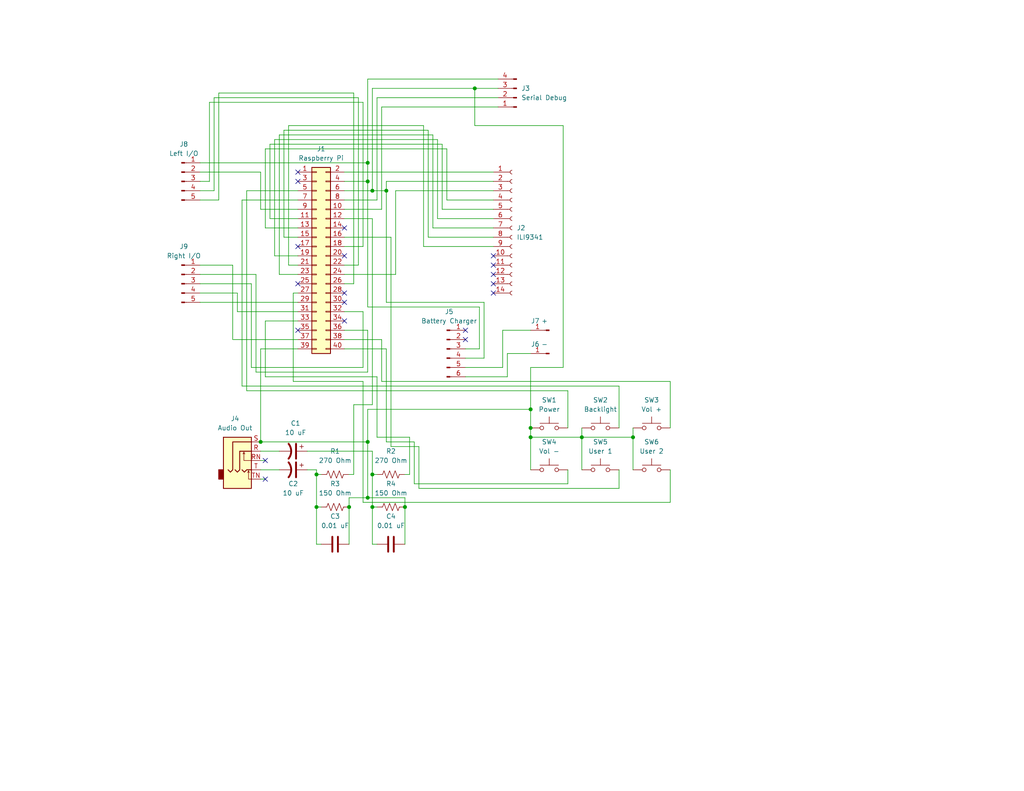
<source format=kicad_sch>
(kicad_sch (version 20211123) (generator eeschema)
  (paper "USLetter")
  (title_block (title "SusPad PCB") (date "2022-10-11") (rev "1.0") (company "Ben Rogozinski") (comment 1 "Made by"))
  (lib_symbols
    (symbol "Connector:AudioJack3_SwitchTR"
      (property "Reference" "J" (at 0 8.89 0))
      (property "Value" "AudioJack3_SwitchTR" (at 0 6.35 0))
      (symbol "AudioJack3_SwitchTR_0_1"
        (rectangle (start -5.08 -5.08) (end -6.35 -7.62) (stroke (width 0.254)) (fill (type outline)))
        (polyline (pts (xy 0.508 -0.254) (xy 0.762 -0.762)))
        (polyline (pts (xy 1.778 -5.334) (xy 2.032 -5.842)))
        (polyline (pts (xy 0 -5.08) (xy 0.635 -5.715) (xy 1.27 -5.08) (xy 2.54 -5.08)) (stroke (width 0.254)))
        (polyline (pts (xy 2.54 -7.62) (xy 1.778 -7.62) (xy 1.778 -5.334) (xy 1.524 -5.842)))
        (polyline (pts (xy 2.54 -2.54) (xy 0.508 -2.54) (xy 0.508 -0.254) (xy 0.254 -0.762)))
        (polyline (pts (xy -1.905 -5.08) (xy -1.27 -5.715) (xy -0.635 -5.08) (xy -0.635 0) (xy 2.54 0)) (stroke (width 0.254)))
        (polyline (pts (xy 2.54 2.54) (xy -2.54 2.54) (xy -2.54 -5.08) (xy -3.175 -5.715) (xy -3.81 -5.08)) (stroke (width 0.254)))
        (rectangle (start 2.54 3.81) (end -5.08 -10.16) (stroke (width 0.254)) (fill (type background)))
      )
      (symbol "AudioJack3_SwitchTR_1_1"
        (pin passive line (at 5.08 0 180) (length 2.54) (name "~") (number "R"))
        (pin passive line (at 5.08 -2.54 180) (length 2.54) (name "~") (number "RN"))
        (pin passive line (at 5.08 2.54 180) (length 2.54) (name "~") (number "S"))
        (pin passive line (at 5.08 -5.08 180) (length 2.54) (name "~") (number "T"))
        (pin passive line (at 5.08 -7.62 180) (length 2.54) (name "~") (number "TN"))
      )
    )
    (symbol "Connector:Conn_01x01_Male" (pin_names (offset 1.016) hide)
      (property "Reference" "J" (at 0 2.54 0))
      (property "Value" "Conn_01x01_Male" (at 0 -2.54 0))
      (symbol "Conn_01x01_Male_1_1"
        (polyline (pts (xy 1.27 0) (xy 0.8636 0)) (stroke (width 0.1524)))
        (rectangle (start 0.8636 0.127) (end 0 -0.127) (stroke (width 0.1524)) (fill (type outline)))
        (pin passive line (at 5.08 0 180) (length 3.81) (name "Pin_1") (number "1"))
      )
    )
    (symbol "Connector:Conn_01x04_Male" (pin_names (offset 1.016) hide)
      (property "Reference" "J" (at 0 5.08 0))
      (property "Value" "Conn_01x04_Male" (at 0 -7.62 0))
      (symbol "Conn_01x04_Male_1_1"
        (polyline (pts (xy 1.27 -5.08) (xy 0.8636 -5.08)) (stroke (width 0.1524)))
        (polyline (pts (xy 1.27 -2.54) (xy 0.8636 -2.54)) (stroke (width 0.1524)))
        (polyline (pts (xy 1.27 0) (xy 0.8636 0)) (stroke (width 0.1524)))
        (polyline (pts (xy 1.27 2.54) (xy 0.8636 2.54)) (stroke (width 0.1524)))
        (rectangle (start 0.8636 -4.953) (end 0 -5.207) (stroke (width 0.1524)) (fill (type outline)))
        (rectangle (start 0.8636 -2.413) (end 0 -2.667) (stroke (width 0.1524)) (fill (type outline)))
        (rectangle (start 0.8636 0.127) (end 0 -0.127) (stroke (width 0.1524)) (fill (type outline)))
        (rectangle (start 0.8636 2.667) (end 0 2.413) (stroke (width 0.1524)) (fill (type outline)))
        (pin passive line (at 5.08 2.54 180) (length 3.81) (name "Pin_1") (number "1"))
        (pin passive line (at 5.08 0 180) (length 3.81) (name "Pin_2") (number "2"))
        (pin passive line (at 5.08 -2.54 180) (length 3.81) (name "Pin_3") (number "3"))
        (pin passive line (at 5.08 -5.08 180) (length 3.81) (name "Pin_4") (number "4"))
      )
    )
    (symbol "Connector:Conn_01x05_Male" (pin_names (offset 1.016) hide)
      (property "Reference" "J" (at 0 7.62 0))
      (property "Value" "Conn_01x05_Male" (at 0 -7.62 0))
      (symbol "Conn_01x05_Male_1_1"
        (polyline (pts (xy 1.27 -5.08) (xy 0.8636 -5.08)) (stroke (width 0.1524)))
        (polyline (pts (xy 1.27 -2.54) (xy 0.8636 -2.54)) (stroke (width 0.1524)))
        (polyline (pts (xy 1.27 0) (xy 0.8636 0)) (stroke (width 0.1524)))
        (polyline (pts (xy 1.27 2.54) (xy 0.8636 2.54)) (stroke (width 0.1524)))
        (polyline (pts (xy 1.27 5.08) (xy 0.8636 5.08)) (stroke (width 0.1524)))
        (rectangle (start 0.8636 -4.953) (end 0 -5.207) (stroke (width 0.1524)) (fill (type outline)))
        (rectangle (start 0.8636 -2.413) (end 0 -2.667) (stroke (width 0.1524)) (fill (type outline)))
        (rectangle (start 0.8636 0.127) (end 0 -0.127) (stroke (width 0.1524)) (fill (type outline)))
        (rectangle (start 0.8636 2.667) (end 0 2.413) (stroke (width 0.1524)) (fill (type outline)))
        (rectangle (start 0.8636 5.207) (end 0 4.953) (stroke (width 0.1524)) (fill (type outline)))
        (pin passive line (at 5.08 5.08 180) (length 3.81) (name "Pin_1") (number "1"))
        (pin passive line (at 5.08 2.54 180) (length 3.81) (name "Pin_2") (number "2"))
        (pin passive line (at 5.08 0 180) (length 3.81) (name "Pin_3") (number "3"))
        (pin passive line (at 5.08 -2.54 180) (length 3.81) (name "Pin_4") (number "4"))
        (pin passive line (at 5.08 -5.08 180) (length 3.81) (name "Pin_5") (number "5"))
      )
    )
    (symbol "Connector:Conn_01x06_Male" (pin_names (offset 1.016) hide)
      (property "Reference" "J" (at 0 7.62 0))
      (property "Value" "Conn_01x06_Male" (at 0 -10.16 0))
      (symbol "Conn_01x06_Male_1_1"
        (polyline (pts (xy 1.27 -7.62) (xy 0.8636 -7.62)) (stroke (width 0.1524)))
        (polyline (pts (xy 1.27 -5.08) (xy 0.8636 -5.08)) (stroke (width 0.1524)))
        (polyline (pts (xy 1.27 -2.54) (xy 0.8636 -2.54)) (stroke (width 0.1524)))
        (polyline (pts (xy 1.27 0) (xy 0.8636 0)) (stroke (width 0.1524)))
        (polyline (pts (xy 1.27 2.54) (xy 0.8636 2.54)) (stroke (width 0.1524)))
        (polyline (pts (xy 1.27 5.08) (xy 0.8636 5.08)) (stroke (width 0.1524)))
        (rectangle (start 0.8636 -7.493) (end 0 -7.747) (stroke (width 0.1524)) (fill (type outline)))
        (rectangle (start 0.8636 -4.953) (end 0 -5.207) (stroke (width 0.1524)) (fill (type outline)))
        (rectangle (start 0.8636 -2.413) (end 0 -2.667) (stroke (width 0.1524)) (fill (type outline)))
        (rectangle (start 0.8636 0.127) (end 0 -0.127) (stroke (width 0.1524)) (fill (type outline)))
        (rectangle (start 0.8636 2.667) (end 0 2.413) (stroke (width 0.1524)) (fill (type outline)))
        (rectangle (start 0.8636 5.207) (end 0 4.953) (stroke (width 0.1524)) (fill (type outline)))
        (pin passive line (at 5.08 5.08 180) (length 3.81) (name "Pin_1") (number "1"))
        (pin passive line (at 5.08 2.54 180) (length 3.81) (name "Pin_2") (number "2"))
        (pin passive line (at 5.08 0 180) (length 3.81) (name "Pin_3") (number "3"))
        (pin passive line (at 5.08 -2.54 180) (length 3.81) (name "Pin_4") (number "4"))
        (pin passive line (at 5.08 -5.08 180) (length 3.81) (name "Pin_5") (number "5"))
        (pin passive line (at 5.08 -7.62 180) (length 3.81) (name "Pin_6") (number "6"))
      )
    )
    (symbol "Connector:Conn_01x14_Female" (pin_names (offset 1.016) hide)
      (property "Reference" "J" (at 0 17.78 0))
      (property "Value" "Conn_01x14_Female" (at 0 -20.32 0))
      (symbol "Conn_01x14_Female_1_1"
        (arc (start 0 -17.272) (mid -0.508 -17.78) (end 0 -18.288) (stroke (width 0.1524)))
        (arc (start 0 -14.732) (mid -0.508 -15.24) (end 0 -15.748) (stroke (width 0.1524)))
        (arc (start 0 -12.192) (mid -0.508 -12.7) (end 0 -13.208) (stroke (width 0.1524)))
        (arc (start 0 -9.652) (mid -0.508 -10.16) (end 0 -10.668) (stroke (width 0.1524)))
        (arc (start 0 -7.112) (mid -0.508 -7.62) (end 0 -8.128) (stroke (width 0.1524)))
        (arc (start 0 -4.572) (mid -0.508 -5.08) (end 0 -5.588) (stroke (width 0.1524)))
        (arc (start 0 -2.032) (mid -0.508 -2.54) (end 0 -3.048) (stroke (width 0.1524)))
        (polyline (pts (xy -1.27 -17.78) (xy -0.508 -17.78)) (stroke (width 0.1524)))
        (polyline (pts (xy -1.27 -15.24) (xy -0.508 -15.24)) (stroke (width 0.1524)))
        (polyline (pts (xy -1.27 -12.7) (xy -0.508 -12.7)) (stroke (width 0.1524)))
        (polyline (pts (xy -1.27 -10.16) (xy -0.508 -10.16)) (stroke (width 0.1524)))
        (polyline (pts (xy -1.27 -7.62) (xy -0.508 -7.62)) (stroke (width 0.1524)))
        (polyline (pts (xy -1.27 -5.08) (xy -0.508 -5.08)) (stroke (width 0.1524)))
        (polyline (pts (xy -1.27 -2.54) (xy -0.508 -2.54)) (stroke (width 0.1524)))
        (polyline (pts (xy -1.27 0) (xy -0.508 0)) (stroke (width 0.1524)))
        (polyline (pts (xy -1.27 2.54) (xy -0.508 2.54)) (stroke (width 0.1524)))
        (polyline (pts (xy -1.27 5.08) (xy -0.508 5.08)) (stroke (width 0.1524)))
        (polyline (pts (xy -1.27 7.62) (xy -0.508 7.62)) (stroke (width 0.1524)))
        (polyline (pts (xy -1.27 10.16) (xy -0.508 10.16)) (stroke (width 0.1524)))
        (polyline (pts (xy -1.27 12.7) (xy -0.508 12.7)) (stroke (width 0.1524)))
        (polyline (pts (xy -1.27 15.24) (xy -0.508 15.24)) (stroke (width 0.1524)))
        (arc (start 0 0.508) (mid -0.508 0) (end 0 -0.508) (stroke (width 0.1524)))
        (arc (start 0 3.048) (mid -0.508 2.54) (end 0 2.032) (stroke (width 0.1524)))
        (arc (start 0 5.588) (mid -0.508 5.08) (end 0 4.572) (stroke (width 0.1524)))
        (arc (start 0 8.128) (mid -0.508 7.62) (end 0 7.112) (stroke (width 0.1524)))
        (arc (start 0 10.668) (mid -0.508 10.16) (end 0 9.652) (stroke (width 0.1524)))
        (arc (start 0 13.208) (mid -0.508 12.7) (end 0 12.192) (stroke (width 0.1524)))
        (arc (start 0 15.748) (mid -0.508 15.24) (end 0 14.732) (stroke (width 0.1524)))
        (pin passive line (at -5.08 15.24 0) (length 3.81) (name "Pin_1") (number "1"))
        (pin passive line (at -5.08 -7.62 0) (length 3.81) (name "Pin_10") (number "10"))
        (pin passive line (at -5.08 -10.16 0) (length 3.81) (name "Pin_11") (number "11"))
        (pin passive line (at -5.08 -12.7 0) (length 3.81) (name "Pin_12") (number "12"))
        (pin passive line (at -5.08 -15.24 0) (length 3.81) (name "Pin_13") (number "13"))
        (pin passive line (at -5.08 -17.78 0) (length 3.81) (name "Pin_14") (number "14"))
        (pin passive line (at -5.08 12.7 0) (length 3.81) (name "Pin_2") (number "2"))
        (pin passive line (at -5.08 10.16 0) (length 3.81) (name "Pin_3") (number "3"))
        (pin passive line (at -5.08 7.62 0) (length 3.81) (name "Pin_4") (number "4"))
        (pin passive line (at -5.08 5.08 0) (length 3.81) (name "Pin_5") (number "5"))
        (pin passive line (at -5.08 2.54 0) (length 3.81) (name "Pin_6") (number "6"))
        (pin passive line (at -5.08 0 0) (length 3.81) (name "Pin_7") (number "7"))
        (pin passive line (at -5.08 -2.54 0) (length 3.81) (name "Pin_8") (number "8"))
        (pin passive line (at -5.08 -5.08 0) (length 3.81) (name "Pin_9") (number "9"))
      )
    )
    (symbol "Connector_Generic:Conn_02x20_Odd_Even" (pin_names (offset 1.016) hide)
      (property "Reference" "J" (at 1.27 25.4 0))
      (property "Value" "Conn_02x20_Odd_Even" (at 1.27 -27.94 0))
      (symbol "Conn_02x20_Odd_Even_1_1"
        (rectangle (start -1.27 -25.273) (end 0 -25.527) (stroke (width 0.1524)))
        (rectangle (start -1.27 -22.733) (end 0 -22.987) (stroke (width 0.1524)))
        (rectangle (start -1.27 -20.193) (end 0 -20.447) (stroke (width 0.1524)))
        (rectangle (start -1.27 -17.653) (end 0 -17.907) (stroke (width 0.1524)))
        (rectangle (start -1.27 -15.113) (end 0 -15.367) (stroke (width 0.1524)))
        (rectangle (start -1.27 -12.573) (end 0 -12.827) (stroke (width 0.1524)))
        (rectangle (start -1.27 -10.033) (end 0 -10.287) (stroke (width 0.1524)))
        (rectangle (start -1.27 -7.493) (end 0 -7.747) (stroke (width 0.1524)))
        (rectangle (start -1.27 -4.953) (end 0 -5.207) (stroke (width 0.1524)))
        (rectangle (start -1.27 -2.413) (end 0 -2.667) (stroke (width 0.1524)))
        (rectangle (start -1.27 0.127) (end 0 -0.127) (stroke (width 0.1524)))
        (rectangle (start -1.27 2.667) (end 0 2.413) (stroke (width 0.1524)))
        (rectangle (start -1.27 5.207) (end 0 4.953) (stroke (width 0.1524)))
        (rectangle (start -1.27 7.747) (end 0 7.493) (stroke (width 0.1524)))
        (rectangle (start -1.27 10.287) (end 0 10.033) (stroke (width 0.1524)))
        (rectangle (start -1.27 12.827) (end 0 12.573) (stroke (width 0.1524)))
        (rectangle (start -1.27 15.367) (end 0 15.113) (stroke (width 0.1524)))
        (rectangle (start -1.27 17.907) (end 0 17.653) (stroke (width 0.1524)))
        (rectangle (start -1.27 20.447) (end 0 20.193) (stroke (width 0.1524)))
        (rectangle (start -1.27 22.987) (end 0 22.733) (stroke (width 0.1524)))
        (rectangle (start -1.27 24.13) (end 3.81 -26.67) (stroke (width 0.254)) (fill (type background)))
        (rectangle (start 3.81 -25.273) (end 2.54 -25.527) (stroke (width 0.1524)))
        (rectangle (start 3.81 -22.733) (end 2.54 -22.987) (stroke (width 0.1524)))
        (rectangle (start 3.81 -20.193) (end 2.54 -20.447) (stroke (width 0.1524)))
        (rectangle (start 3.81 -17.653) (end 2.54 -17.907) (stroke (width 0.1524)))
        (rectangle (start 3.81 -15.113) (end 2.54 -15.367) (stroke (width 0.1524)))
        (rectangle (start 3.81 -12.573) (end 2.54 -12.827) (stroke (width 0.1524)))
        (rectangle (start 3.81 -10.033) (end 2.54 -10.287) (stroke (width 0.1524)))
        (rectangle (start 3.81 -7.493) (end 2.54 -7.747) (stroke (width 0.1524)))
        (rectangle (start 3.81 -4.953) (end 2.54 -5.207) (stroke (width 0.1524)))
        (rectangle (start 3.81 -2.413) (end 2.54 -2.667) (stroke (width 0.1524)))
        (rectangle (start 3.81 0.127) (end 2.54 -0.127) (stroke (width 0.1524)))
        (rectangle (start 3.81 2.667) (end 2.54 2.413) (stroke (width 0.1524)))
        (rectangle (start 3.81 5.207) (end 2.54 4.953) (stroke (width 0.1524)))
        (rectangle (start 3.81 7.747) (end 2.54 7.493) (stroke (width 0.1524)))
        (rectangle (start 3.81 10.287) (end 2.54 10.033) (stroke (width 0.1524)))
        (rectangle (start 3.81 12.827) (end 2.54 12.573) (stroke (width 0.1524)))
        (rectangle (start 3.81 15.367) (end 2.54 15.113) (stroke (width 0.1524)))
        (rectangle (start 3.81 17.907) (end 2.54 17.653) (stroke (width 0.1524)))
        (rectangle (start 3.81 20.447) (end 2.54 20.193) (stroke (width 0.1524)))
        (rectangle (start 3.81 22.987) (end 2.54 22.733) (stroke (width 0.1524)))
        (pin passive line (at -5.08 22.86 0) (length 3.81) (name "Pin_1") (number "1"))
        (pin passive line (at 7.62 12.7 180) (length 3.81) (name "Pin_10") (number "10"))
        (pin passive line (at -5.08 10.16 0) (length 3.81) (name "Pin_11") (number "11"))
        (pin passive line (at 7.62 10.16 180) (length 3.81) (name "Pin_12") (number "12"))
        (pin passive line (at -5.08 7.62 0) (length 3.81) (name "Pin_13") (number "13"))
        (pin passive line (at 7.62 7.62 180) (length 3.81) (name "Pin_14") (number "14"))
        (pin passive line (at -5.08 5.08 0) (length 3.81) (name "Pin_15") (number "15"))
        (pin passive line (at 7.62 5.08 180) (length 3.81) (name "Pin_16") (number "16"))
        (pin passive line (at -5.08 2.54 0) (length 3.81) (name "Pin_17") (number "17"))
        (pin passive line (at 7.62 2.54 180) (length 3.81) (name "Pin_18") (number "18"))
        (pin passive line (at -5.08 0 0) (length 3.81) (name "Pin_19") (number "19"))
        (pin passive line (at 7.62 22.86 180) (length 3.81) (name "Pin_2") (number "2"))
        (pin passive line (at 7.62 0 180) (length 3.81) (name "Pin_20") (number "20"))
        (pin passive line (at -5.08 -2.54 0) (length 3.81) (name "Pin_21") (number "21"))
        (pin passive line (at 7.62 -2.54 180) (length 3.81) (name "Pin_22") (number "22"))
        (pin passive line (at -5.08 -5.08 0) (length 3.81) (name "Pin_23") (number "23"))
        (pin passive line (at 7.62 -5.08 180) (length 3.81) (name "Pin_24") (number "24"))
        (pin passive line (at -5.08 -7.62 0) (length 3.81) (name "Pin_25") (number "25"))
        (pin passive line (at 7.62 -7.62 180) (length 3.81) (name "Pin_26") (number "26"))
        (pin passive line (at -5.08 -10.16 0) (length 3.81) (name "Pin_27") (number "27"))
        (pin passive line (at 7.62 -10.16 180) (length 3.81) (name "Pin_28") (number "28"))
        (pin passive line (at -5.08 -12.7 0) (length 3.81) (name "Pin_29") (number "29"))
        (pin passive line (at -5.08 20.32 0) (length 3.81) (name "Pin_3") (number "3"))
        (pin passive line (at 7.62 -12.7 180) (length 3.81) (name "Pin_30") (number "30"))
        (pin passive line (at -5.08 -15.24 0) (length 3.81) (name "Pin_31") (number "31"))
        (pin passive line (at 7.62 -15.24 180) (length 3.81) (name "Pin_32") (number "32"))
        (pin passive line (at -5.08 -17.78 0) (length 3.81) (name "Pin_33") (number "33"))
        (pin passive line (at 7.62 -17.78 180) (length 3.81) (name "Pin_34") (number "34"))
        (pin passive line (at -5.08 -20.32 0) (length 3.81) (name "Pin_35") (number "35"))
        (pin passive line (at 7.62 -20.32 180) (length 3.81) (name "Pin_36") (number "36"))
        (pin passive line (at -5.08 -22.86 0) (length 3.81) (name "Pin_37") (number "37"))
        (pin passive line (at 7.62 -22.86 180) (length 3.81) (name "Pin_38") (number "38"))
        (pin passive line (at -5.08 -25.4 0) (length 3.81) (name "Pin_39") (number "39"))
        (pin passive line (at 7.62 20.32 180) (length 3.81) (name "Pin_4") (number "4"))
        (pin passive line (at 7.62 -25.4 180) (length 3.81) (name "Pin_40") (number "40"))
        (pin passive line (at -5.08 17.78 0) (length 3.81) (name "Pin_5") (number "5"))
        (pin passive line (at 7.62 17.78 180) (length 3.81) (name "Pin_6") (number "6"))
        (pin passive line (at -5.08 15.24 0) (length 3.81) (name "Pin_7") (number "7"))
        (pin passive line (at 7.62 15.24 180) (length 3.81) (name "Pin_8") (number "8"))
        (pin passive line (at -5.08 12.7 0) (length 3.81) (name "Pin_9") (number "9"))
      )
    )
    (symbol "Device:C" (pin_numbers hide) (pin_names (offset 0.254))
      (property "Reference" "C" (at 0.635 2.54 0))
      (property "Value" "C" (at 0.635 -2.54 0))
      (symbol "C_0_1"
        (polyline (pts (xy -2.032 -0.762) (xy 2.032 -0.762)) (stroke (width 0.508)))
        (polyline (pts (xy -2.032 0.762) (xy 2.032 0.762)) (stroke (width 0.508)))
      )
      (symbol "C_1_1"
        (pin passive line (at 0 3.81 270) (length 2.794) (name "~") (number "1"))
        (pin passive line (at 0 -3.81 90) (length 2.794) (name "~") (number "2"))
      )
    )
    (symbol "Device:C_Polarized_US" (pin_numbers hide) (pin_names (offset 0.254) hide)
      (property "Reference" "C" (at 0.635 2.54 0))
      (property "Value" "C_Polarized_US" (at 0.635 -2.54 0))
      (symbol "C_Polarized_US_0_1"
        (polyline (pts (xy -2.032 0.762) (xy 2.032 0.762)) (stroke (width 0.508)))
        (polyline (pts (xy -1.778 2.286) (xy -0.762 2.286)))
        (polyline (pts (xy -1.27 1.778) (xy -1.27 2.794)))
        (arc (start 2.032 -1.27) (mid 0 -0.5572) (end -2.032 -1.27) (stroke (width 0.508)))
      )
      (symbol "C_Polarized_US_1_1"
        (pin passive line (at 0 3.81 270) (length 2.794) (name "~") (number "1"))
        (pin passive line (at 0 -3.81 90) (length 3.302) (name "~") (number "2"))
      )
    )
    (symbol "Device:R_US" (pin_numbers hide) (pin_names (offset 0))
      (property "Reference" "R" (at 2.54 0 90))
      (property "Value" "R_US" (at -2.54 0 90))
      (symbol "R_US_0_1"
        (polyline (pts (xy 0 -2.286) (xy 0 -2.54)))
        (polyline (pts (xy 0 2.286) (xy 0 2.54)))
        (polyline (pts (xy 0 -0.762) (xy 1.016 -1.143) (xy 0 -1.524) (xy -1.016 -1.905) (xy 0 -2.286)))
        (polyline (pts (xy 0 0.762) (xy 1.016 0.381) (xy 0 0) (xy -1.016 -0.381) (xy 0 -0.762)))
        (polyline (pts (xy 0 2.286) (xy 1.016 1.905) (xy 0 1.524) (xy -1.016 1.143) (xy 0 0.762)))
      )
      (symbol "R_US_1_1"
        (pin passive line (at 0 3.81 270) (length 1.27) (name "~") (number "1"))
        (pin passive line (at 0 -3.81 90) (length 1.27) (name "~") (number "2"))
      )
    )
    (symbol "Switch:SW_Push" (pin_numbers hide) (pin_names (offset 1.016) hide)
      (property "Reference" "SW" (at 1.27 2.54 0))
      (property "Value" "SW_Push" (at 0 -1.524 0))
      (symbol "SW_Push_0_1"
        (circle (center -2.032 0) (radius 0.508))
        (polyline (pts (xy 0 1.27) (xy 0 3.048)))
        (polyline (pts (xy 2.54 1.27) (xy -2.54 1.27)))
        (circle (center 2.032 0) (radius 0.508))
        (pin passive line (at -5.08 0 0) (length 2.54) (name "1") (number "1"))
        (pin passive line (at 5.08 0 180) (length 2.54) (name "2") (number "2"))
      )
    )
  )
  (junction (at 95.25 138.43))
  (junction (at 172.72 119.38))
  (junction (at 101.6 138.43))
  (junction (at 101.6 129.54))
  (junction (at 100.33 44.45))
  (junction (at 100.33 49.53))
  (junction (at 86.36 129.54))
  (junction (at 144.78 119.38))
  (junction (at 144.78 116.84))
  (junction (at 144.78 111.76))
  (junction (at 86.36 138.43))
  (junction (at 129.54 24.13))
  (junction (at 105.41 52.07))
  (junction (at 110.49 138.43))
  (junction (at 100.33 120.65))
  (junction (at 100.33 135.89))
  (junction (at 71.12 120.65))
  (junction (at 158.75 119.38))
  (junction (at 101.6 52.07))
  (no_connect (at 134.62 69.85))
  (no_connect (at 134.62 72.39))
  (no_connect (at 134.62 74.93))
  (no_connect (at 134.62 77.47))
  (no_connect (at 134.62 80.01))
  (no_connect (at 127 92.71))
  (no_connect (at 127 90.17))
  (no_connect (at 81.28 77.47))
  (no_connect (at 81.28 90.17))
  (no_connect (at 93.98 87.63))
  (no_connect (at 93.98 80.01))
  (no_connect (at 93.98 82.55))
  (no_connect (at 81.28 67.31))
  (no_connect (at 93.98 69.85))
  (no_connect (at 93.98 62.23))
  (no_connect (at 81.28 49.53))
  (no_connect (at 81.28 46.99))
  (no_connect (at 72.39 125.73))
  (no_connect (at 72.39 130.81))
  (wire (pts (xy 81.28 64.77) (xy 77.47 64.77)))
  (wire (pts (xy 93.98 95.25) (xy 105.41 95.25)))
  (wire (pts (xy 105.41 52.07) (xy 105.41 82.55)))
  (wire (pts (xy 132.08 97.79) (xy 127 97.79)))
  (wire (pts (xy 99.06 85.09) (xy 93.98 85.09)))
  (wire (pts (xy 54.61 44.45) (xy 100.33 44.45)))
  (wire (pts (xy 86.36 138.43) (xy 87.63 138.43)))
  (wire (pts (xy 72.39 87.63) (xy 81.28 87.63)))
  (wire (pts (xy 105.41 52.07) (xy 105.41 49.53)))
  (wire (pts (xy 87.63 129.54) (xy 86.36 129.54)))
  (wire (pts (xy 100.33 101.6) (xy 100.33 90.17)))
  (wire (pts (xy 101.6 138.43) (xy 102.87 138.43)))
  (wire (pts (xy 154.94 106.68) (xy 154.94 116.84)))
  (wire (pts (xy 69.85 74.93) (xy 69.85 101.6)))
  (wire (pts (xy 172.72 119.38) (xy 172.72 116.84)))
  (wire (pts (xy 72.39 102.87) (xy 72.39 87.63)))
  (wire (pts (xy 118.11 36.83) (xy 118.11 62.23)))
  (wire (pts (xy 137.16 90.17) (xy 144.78 90.17)))
  (wire (pts (xy 74.93 69.85) (xy 74.93 38.1)))
  (wire (pts (xy 93.98 54.61) (xy 102.87 54.61)))
  (wire (pts (xy 81.28 54.61) (xy 66.04 54.61)))
  (wire (pts (xy 68.58 77.47) (xy 68.58 100.33)))
  (wire (pts (xy 57.15 49.53) (xy 57.15 27.94)))
  (wire (pts (xy 54.61 49.53) (xy 57.15 49.53)))
  (wire (pts (xy 93.98 74.93) (xy 107.95 74.93)))
  (wire (pts (xy 86.36 148.59) (xy 87.63 148.59)))
  (wire (pts (xy 81.28 72.39) (xy 78.74 72.39)))
  (wire (pts (xy 54.61 77.47) (xy 68.58 77.47)))
  (wire (pts (xy 86.36 129.54) (xy 86.36 138.43)))
  (wire (pts (xy 102.87 54.61) (xy 102.87 26.67)))
  (wire (pts (xy 106.68 64.77) (xy 106.68 121.92)))
  (wire (pts (xy 67.31 106.68) (xy 154.94 106.68)))
  (wire (pts (xy 101.6 52.07) (xy 101.6 24.13)))
  (wire (pts (xy 93.98 64.77) (xy 106.68 64.77)))
  (wire (pts (xy 101.6 123.19) (xy 101.6 129.54)))
  (wire (pts (xy 93.98 52.07) (xy 101.6 52.07)))
  (wire (pts (xy 63.5 92.71) (xy 63.5 72.39)))
  (wire (pts (xy 182.88 104.14) (xy 182.88 116.84)))
  (wire (pts (xy 168.91 105.41) (xy 168.91 116.84)))
  (wire (pts (xy 86.36 129.54) (xy 86.36 128.27)))
  (wire (pts (xy 101.6 138.43) (xy 101.6 148.59)))
  (wire (pts (xy 114.3 121.92) (xy 114.3 133.35)))
  (wire (pts (xy 73.66 39.37) (xy 120.65 39.37)))
  (wire (pts (xy 93.98 49.53) (xy 100.33 49.53)))
  (wire (pts (xy 138.43 102.87) (xy 138.43 96.52)))
  (wire (pts (xy 102.87 119.38) (xy 111.76 119.38)))
  (wire (pts (xy 58.42 26.67) (xy 97.79 26.67)))
  (wire (pts (xy 95.25 138.43) (xy 95.25 148.59)))
  (wire (pts (xy 172.72 119.38) (xy 172.72 128.27)))
  (wire (pts (xy 113.03 120.65) (xy 113.03 132.08)))
  (wire (pts (xy 100.33 90.17) (xy 93.98 90.17)))
  (wire (pts (xy 96.52 25.4) (xy 96.52 77.47)))
  (wire (pts (xy 81.28 52.07) (xy 67.31 52.07)))
  (wire (pts (xy 69.85 101.6) (xy 100.33 101.6)))
  (wire (pts (xy 73.66 59.69) (xy 73.66 39.37)))
  (wire (pts (xy 76.2 74.93) (xy 76.2 36.83)))
  (wire (pts (xy 66.04 54.61) (xy 66.04 105.41)))
  (wire (pts (xy 95.25 135.89) (xy 100.33 135.89)))
  (wire (pts (xy 120.65 39.37) (xy 120.65 57.15)))
  (wire (pts (xy 158.75 116.84) (xy 158.75 119.38)))
  (wire (pts (xy 105.41 95.25) (xy 105.41 120.65)))
  (wire (pts (xy 66.04 105.41) (xy 168.91 105.41)))
  (wire (pts (xy 114.3 133.35) (xy 168.91 133.35)))
  (wire (pts (xy 116.84 35.56) (xy 116.84 64.77)))
  (wire (pts (xy 105.41 120.65) (xy 113.03 120.65)))
  (wire (pts (xy 96.52 129.54) (xy 96.52 110.49)))
  (wire (pts (xy 81.28 85.09) (xy 64.77 85.09)))
  (wire (pts (xy 121.92 54.61) (xy 134.62 54.61)))
  (wire (pts (xy 107.95 52.07) (xy 134.62 52.07)))
  (wire (pts (xy 68.58 100.33) (xy 99.06 100.33)))
  (wire (pts (xy 99.06 137.16) (xy 182.88 137.16)))
  (wire (pts (xy 100.33 21.59) (xy 135.89 21.59)))
  (wire (pts (xy 86.36 138.43) (xy 86.36 148.59)))
  (wire (pts (xy 54.61 74.93) (xy 69.85 74.93)))
  (wire (pts (xy 71.12 95.25) (xy 81.28 95.25)))
  (wire (pts (xy 104.14 104.14) (xy 182.88 104.14)))
  (wire (pts (xy 158.75 119.38) (xy 172.72 119.38)))
  (wire (pts (xy 153.67 34.29) (xy 129.54 34.29)))
  (wire (pts (xy 102.87 26.67) (xy 135.89 26.67)))
  (wire (pts (xy 100.33 21.59) (xy 100.33 44.45)))
  (wire (pts (xy 67.31 52.07) (xy 67.31 106.68)))
  (wire (pts (xy 99.06 100.33) (xy 99.06 85.09)))
  (wire (pts (xy 110.49 135.89) (xy 100.33 135.89)))
  (wire (pts (xy 77.47 35.56) (xy 116.84 35.56)))
  (wire (pts (xy 93.98 46.99) (xy 134.62 46.99)))
  (wire (pts (xy 99.06 67.31) (xy 93.98 67.31)))
  (wire (pts (xy 81.28 92.71) (xy 63.5 92.71)))
  (wire (pts (xy 96.52 77.47) (xy 93.98 77.47)))
  (wire (pts (xy 144.78 116.84) (xy 144.78 119.38)))
  (wire (pts (xy 64.77 85.09) (xy 64.77 80.01)))
  (wire (pts (xy 83.82 123.19) (xy 101.6 123.19)))
  (wire (pts (xy 132.08 82.55) (xy 132.08 97.79)))
  (wire (pts (xy 100.33 83.82) (xy 130.81 83.82)))
  (wire (pts (xy 93.98 57.15) (xy 104.14 57.15)))
  (wire (pts (xy 71.12 125.73) (xy 72.39 125.73)))
  (wire (pts (xy 144.78 111.76) (xy 144.78 116.84)))
  (wire (pts (xy 144.78 119.38) (xy 144.78 128.27)))
  (wire (pts (xy 120.65 57.15) (xy 134.62 57.15)))
  (wire (pts (xy 80.01 104.14) (xy 99.06 104.14)))
  (wire (pts (xy 100.33 120.65) (xy 71.12 120.65)))
  (wire (pts (xy 107.95 74.93) (xy 107.95 52.07)))
  (wire (pts (xy 118.11 62.23) (xy 134.62 62.23)))
  (wire (pts (xy 54.61 54.61) (xy 59.69 54.61)))
  (wire (pts (xy 100.33 120.65) (xy 100.33 135.89)))
  (wire (pts (xy 101.6 52.07) (xy 105.41 52.07)))
  (wire (pts (xy 64.77 80.01) (xy 54.61 80.01)))
  (wire (pts (xy 130.81 95.25) (xy 127 95.25)))
  (wire (pts (xy 72.39 40.64) (xy 121.92 40.64)))
  (wire (pts (xy 81.28 59.69) (xy 73.66 59.69)))
  (wire (pts (xy 71.12 57.15) (xy 81.28 57.15)))
  (wire (pts (xy 115.57 67.31) (xy 134.62 67.31)))
  (wire (pts (xy 78.74 34.29) (xy 115.57 34.29)))
  (wire (pts (xy 158.75 119.38) (xy 158.75 128.27)))
  (wire (pts (xy 101.6 59.69) (xy 93.98 59.69)))
  (wire (pts (xy 104.14 57.15) (xy 104.14 29.21)))
  (wire (pts (xy 54.61 52.07) (xy 58.42 52.07)))
  (wire (pts (xy 102.87 102.87) (xy 72.39 102.87)))
  (wire (pts (xy 71.12 95.25) (xy 71.12 120.65)))
  (wire (pts (xy 102.87 148.59) (xy 101.6 148.59)))
  (wire (pts (xy 59.69 54.61) (xy 59.69 25.4)))
  (wire (pts (xy 137.16 100.33) (xy 137.16 90.17)))
  (wire (pts (xy 105.41 82.55) (xy 132.08 82.55)))
  (wire (pts (xy 113.03 132.08) (xy 154.94 132.08)))
  (wire (pts (xy 96.52 110.49) (xy 101.6 110.49)))
  (wire (pts (xy 100.33 49.53) (xy 100.33 44.45)))
  (wire (pts (xy 54.61 82.55) (xy 81.28 82.55)))
  (wire (pts (xy 71.12 130.81) (xy 72.39 130.81)))
  (wire (pts (xy 110.49 129.54) (xy 111.76 129.54)))
  (wire (pts (xy 95.25 129.54) (xy 96.52 129.54)))
  (wire (pts (xy 100.33 49.53) (xy 100.33 83.82)))
  (wire (pts (xy 83.82 128.27) (xy 86.36 128.27)))
  (wire (pts (xy 138.43 96.52) (xy 144.78 96.52)))
  (wire (pts (xy 81.28 74.93) (xy 76.2 74.93)))
  (wire (pts (xy 71.12 123.19) (xy 76.2 123.19)))
  (wire (pts (xy 153.67 100.33) (xy 153.67 34.29)))
  (wire (pts (xy 111.76 129.54) (xy 111.76 119.38)))
  (wire (pts (xy 115.57 34.29) (xy 115.57 67.31)))
  (wire (pts (xy 144.78 100.33) (xy 153.67 100.33)))
  (wire (pts (xy 97.79 72.39) (xy 93.98 72.39)))
  (wire (pts (xy 154.94 132.08) (xy 154.94 128.27)))
  (wire (pts (xy 100.33 120.65) (xy 100.33 111.76)))
  (wire (pts (xy 168.91 133.35) (xy 168.91 128.27)))
  (wire (pts (xy 144.78 111.76) (xy 144.78 100.33)))
  (wire (pts (xy 101.6 24.13) (xy 129.54 24.13)))
  (wire (pts (xy 78.74 72.39) (xy 78.74 34.29)))
  (wire (pts (xy 130.81 83.82) (xy 130.81 95.25)))
  (wire (pts (xy 80.01 80.01) (xy 80.01 104.14)))
  (wire (pts (xy 72.39 62.23) (xy 72.39 40.64)))
  (wire (pts (xy 144.78 119.38) (xy 158.75 119.38)))
  (wire (pts (xy 102.87 102.87) (xy 102.87 119.38)))
  (wire (pts (xy 182.88 137.16) (xy 182.88 128.27)))
  (wire (pts (xy 127 100.33) (xy 137.16 100.33)))
  (wire (pts (xy 110.49 138.43) (xy 110.49 135.89)))
  (wire (pts (xy 81.28 62.23) (xy 72.39 62.23)))
  (wire (pts (xy 116.84 64.77) (xy 134.62 64.77)))
  (wire (pts (xy 101.6 129.54) (xy 102.87 129.54)))
  (wire (pts (xy 110.49 138.43) (xy 110.49 148.59)))
  (wire (pts (xy 101.6 59.69) (xy 101.6 110.49)))
  (wire (pts (xy 97.79 26.67) (xy 97.79 72.39)))
  (wire (pts (xy 81.28 69.85) (xy 74.93 69.85)))
  (wire (pts (xy 58.42 52.07) (xy 58.42 26.67)))
  (wire (pts (xy 71.12 46.99) (xy 71.12 57.15)))
  (wire (pts (xy 93.98 92.71) (xy 104.14 92.71)))
  (wire (pts (xy 121.92 40.64) (xy 121.92 54.61)))
  (wire (pts (xy 100.33 111.76) (xy 144.78 111.76)))
  (wire (pts (xy 119.38 59.69) (xy 134.62 59.69)))
  (wire (pts (xy 129.54 34.29) (xy 129.54 24.13)))
  (wire (pts (xy 119.38 38.1) (xy 119.38 59.69)))
  (wire (pts (xy 127 102.87) (xy 138.43 102.87)))
  (wire (pts (xy 99.06 104.14) (xy 99.06 137.16)))
  (wire (pts (xy 57.15 27.94) (xy 99.06 27.94)))
  (wire (pts (xy 76.2 36.83) (xy 118.11 36.83)))
  (wire (pts (xy 95.25 138.43) (xy 95.25 135.89)))
  (wire (pts (xy 71.12 128.27) (xy 76.2 128.27)))
  (wire (pts (xy 59.69 25.4) (xy 96.52 25.4)))
  (wire (pts (xy 104.14 92.71) (xy 104.14 104.14)))
  (wire (pts (xy 74.93 38.1) (xy 119.38 38.1)))
  (wire (pts (xy 106.68 121.92) (xy 114.3 121.92)))
  (wire (pts (xy 105.41 49.53) (xy 134.62 49.53)))
  (wire (pts (xy 129.54 24.13) (xy 135.89 24.13)))
  (wire (pts (xy 99.06 27.94) (xy 99.06 67.31)))
  (wire (pts (xy 63.5 72.39) (xy 54.61 72.39)))
  (wire (pts (xy 104.14 29.21) (xy 135.89 29.21)))
  (wire (pts (xy 54.61 46.99) (xy 71.12 46.99)))
  (wire (pts (xy 77.47 64.77) (xy 77.47 35.56)))
  (wire (pts (xy 101.6 129.54) (xy 101.6 138.43)))
  (wire (pts (xy 81.28 80.01) (xy 80.01 80.01)))
  (symbol (lib_id "Connector:Conn_01x06_Male") (at 121.92 95.25 0) (unit 1)
    (property "Reference" "J5" (at 122.555 85.09 0))
    (property "Value" "Battery Charger" (at 122.555 87.63 0))
    (property "Footprint" "footprints:TP4056-Module" (effects hide))
  )
  (symbol (lib_id "Device:C_Polarized_US") (at 80.01 128.27 270) (unit 1)
    (property "Reference" "C2" (at 80.01 132.08 90))
    (property "Value" "10 uF" (at 80.01 134.62 90))
    (property "Footprint" "Capacitor_THT:CP_Radial_D4.0mm_P2.00mm" (effects hide))
  )
  (symbol (lib_id "Device:R_US") (at 106.68 138.43 90) (unit 1)
    (property "Reference" "R4" (at 106.68 132.08 90))
    (property "Value" "150 Ohm" (at 106.68 134.62 90))
    (property "Footprint" "Resistor_THT:R_Axial_DIN0207_L6.3mm_D2.5mm_P10.16mm_Horizontal" (effects hide))
  )
  (symbol (lib_id "Connector:Conn_01x01_Male") (at 149.86 90.17 180) (unit 1)
    (property "Reference" "J7" (at 146.05 87.63 0))
    (property "Value" "+" (at 148.59 87.63 0))
    (property "Footprint" "TestPoint:TestPoint_Pad_2.0x2.0mm" (effects hide))
  )
  (symbol (lib_id "Switch:SW_Push") (at 163.83 128.27 0) (unit 1)
    (property "Reference" "SW5" (at 163.83 120.65 0))
    (property "Value" "User 1" (at 163.83 123.19 0))
    (property "Footprint" "Button_Switch_THT:SW_PUSH_6mm_H4.3mm" (effects hide))
  )
  (symbol (lib_id "Connector_Generic:Conn_02x20_Odd_Even") (at 86.36 69.85 0) (unit 1)
    (property "Reference" "J1" (at 87.63 40.64 0))
    (property "Value" "Raspberry Pi" (at 87.63 43.18 0))
    (property "Footprint" "Connector_PinHeader_2.54mm:PinHeader_2x20_P2.54mm_Vertical_SMD" (effects hide))
  )
  (symbol (lib_id "Connector:Conn_01x05_Male") (at 49.53 49.53 0) (unit 1)
    (property "Reference" "J8" (at 50.165 39.37 0))
    (property "Value" "Left I/O" (at 50.165 41.91 0))
    (property "Footprint" "Connector_PinHeader_2.54mm:PinHeader_1x05_P2.54mm_Vertical" (effects hide))
  )
  (symbol (lib_id "Connector:Conn_01x05_Male") (at 49.53 77.47 0) (unit 1)
    (property "Reference" "J9" (at 50.165 67.31 0))
    (property "Value" "Right I/O" (at 50.165 69.85 0))
    (property "Footprint" "Connector_PinHeader_2.54mm:PinHeader_1x05_P2.54mm_Vertical" (effects hide))
  )
  (symbol (lib_id "Connector:AudioJack3_SwitchTR") (at 66.04 123.19 0) (unit 1)
    (property "Reference" "J4" (at 64.135 114.3 0))
    (property "Value" "Audio Out" (at 64.135 116.84 0))
    (property "Footprint" "Connector_Audio:Jack_3.5mm_CUI_SJ1-3525N_Horizontal" (effects hide))
  )
  (symbol (lib_id "Switch:SW_Push") (at 177.8 116.84 0) (unit 1)
    (property "Reference" "SW3" (at 177.8 109.22 0))
    (property "Value" "Vol +" (at 177.8 111.76 0))
    (property "Footprint" "Button_Switch_THT:SW_PUSH_6mm_H4.3mm" (effects hide))
  )
  (symbol (lib_id "Switch:SW_Push") (at 149.86 128.27 0) (unit 1)
    (property "Reference" "SW4" (at 149.86 120.65 0))
    (property "Value" "Vol -" (at 149.86 123.19 0))
    (property "Footprint" "Button_Switch_THT:SW_PUSH_6mm_H4.3mm" (effects hide))
  )
  (symbol (lib_id "Device:C_Polarized_US") (at 80.01 123.19 270) (unit 1)
    (property "Reference" "C1" (at 80.645 115.57 90))
    (property "Value" "10 uF" (at 80.645 118.11 90))
    (property "Footprint" "Capacitor_THT:CP_Radial_D4.0mm_P2.00mm" (effects hide))
  )
  (symbol (lib_id "Connector:Conn_01x04_Male") (at 140.97 26.67 180) (unit 1)
    (property "Reference" "J3" (at 142.24 24.1299 0) (effects (justify right)))
    (property "Value" "Serial Debug" (at 142.24 26.6699 0) (effects (justify right)))
    (property "Footprint" "Connector_PinHeader_2.54mm:PinHeader_1x04_P2.54mm_Horizontal" (effects hide))
  )
  (symbol (lib_id "Device:R_US") (at 106.68 129.54 90) (unit 1)
    (property "Reference" "R2" (at 106.68 123.19 90))
    (property "Value" "270 Ohm" (at 106.68 125.73 90))
    (property "Footprint" "Resistor_THT:R_Axial_DIN0207_L6.3mm_D2.5mm_P7.62mm_Horizontal" (effects hide))
  )
  (symbol (lib_id "Device:R_US") (at 91.44 129.54 90) (unit 1)
    (property "Reference" "R1" (at 91.44 123.19 90))
    (property "Value" "270 Ohm" (at 91.44 125.73 90))
    (property "Footprint" "Resistor_THT:R_Axial_DIN0207_L6.3mm_D2.5mm_P7.62mm_Horizontal" (effects hide))
  )
  (symbol (lib_id "Switch:SW_Push") (at 163.83 116.84 0) (unit 1)
    (property "Reference" "SW2" (at 163.83 109.22 0))
    (property "Value" "Backlight" (at 163.83 111.76 0))
    (property "Footprint" "Button_Switch_THT:SW_PUSH_6mm_H4.3mm" (effects hide))
  )
  (symbol (lib_id "Connector:Conn_01x14_Female") (at 139.7 62.23 0) (unit 1)
    (property "Reference" "J2" (at 140.97 62.2299 0) (effects (justify left)))
    (property "Value" "ILI9341" (at 140.97 64.7699 0) (effects (justify left)))
    (property "Footprint" "Connector_PinHeader_2.54mm:PinHeader_1x14_P2.54mm_Vertical" (effects hide))
  )
  (symbol (lib_id "Device:C") (at 106.68 148.59 90) (unit 1)
    (property "Reference" "C4" (at 106.68 140.97 90))
    (property "Value" "0.01 uF" (at 106.68 143.51 90))
    (property "Footprint" "Capacitor_THT:C_Rect_L7.0mm_W2.0mm_P5.00mm" (effects hide))
  )
  (symbol (lib_id "Connector:Conn_01x01_Male") (at 149.86 96.52 180) (unit 1)
    (property "Reference" "J6" (at 146.05 93.98 0))
    (property "Value" "-" (at 148.59 93.98 0))
    (property "Footprint" "TestPoint:TestPoint_Pad_2.0x2.0mm" (effects hide))
  )
  (symbol (lib_id "Switch:SW_Push") (at 177.8 128.27 0) (unit 1)
    (property "Reference" "SW6" (at 177.8 120.65 0))
    (property "Value" "User 2" (at 177.8 123.19 0))
    (property "Footprint" "Button_Switch_THT:SW_PUSH_6mm_H4.3mm" (effects hide))
  )
  (symbol (lib_id "Device:C") (at 91.44 148.59 90) (unit 1)
    (property "Reference" "C3" (at 91.44 140.97 90))
    (property "Value" "0.01 uF" (at 91.44 143.51 90))
    (property "Footprint" "Capacitor_THT:C_Rect_L7.0mm_W2.0mm_P5.00mm" (effects hide))
  )
  (symbol (lib_id "Device:R_US") (at 91.44 138.43 90) (unit 1)
    (property "Reference" "R3" (at 91.44 132.08 90))
    (property "Value" "150 Ohm" (at 91.44 134.62 90))
    (property "Footprint" "Resistor_THT:R_Axial_DIN0207_L6.3mm_D2.5mm_P10.16mm_Horizontal" (effects hide))
  )
  (symbol (lib_id "Switch:SW_Push") (at 149.86 116.84 0) (unit 1)
    (property "Reference" "SW1" (at 149.86 109.22 0))
    (property "Value" "Power" (at 149.86 111.76 0))
    (property "Footprint" "Button_Switch_THT:SW_PUSH_6mm_H4.3mm" (effects hide))
  )
)
</source>
